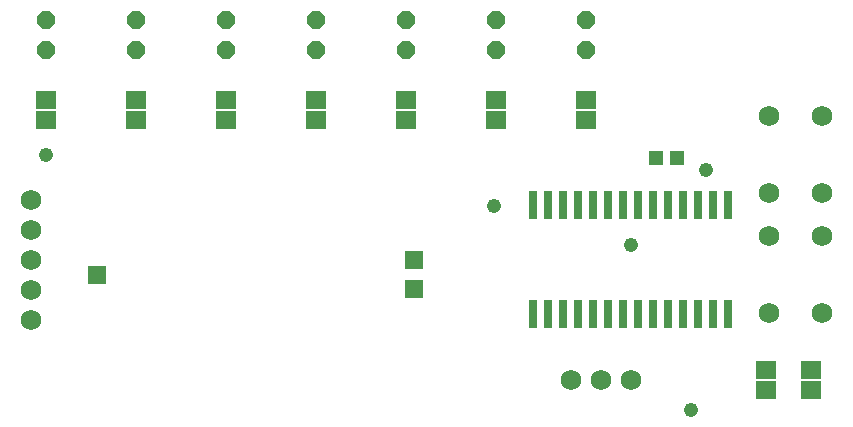
<source format=gts>
G75*
G70*
%OFA0B0*%
%FSLAX24Y24*%
%IPPOS*%
%LPD*%
%AMOC8*
5,1,8,0,0,1.08239X$1,22.5*
%
%ADD10C,0.0680*%
%ADD11R,0.0316X0.0946*%
%ADD12R,0.0671X0.0592*%
%ADD13OC8,0.0600*%
%ADD14R,0.0513X0.0474*%
%ADD15R,0.0595X0.0595*%
%ADD16C,0.0476*%
D10*
X001494Y003601D03*
X001494Y004601D03*
X001494Y005601D03*
X001494Y006601D03*
X001494Y007601D03*
X019494Y001601D03*
X020494Y001601D03*
X021494Y001601D03*
X026104Y003821D03*
X027884Y003821D03*
X027884Y006381D03*
X026104Y006381D03*
X026104Y007821D03*
X027884Y007821D03*
X027884Y010381D03*
X026104Y010381D03*
D11*
X024744Y007412D03*
X024244Y007412D03*
X023744Y007412D03*
X023244Y007412D03*
X022744Y007412D03*
X022244Y007412D03*
X021744Y007412D03*
X021244Y007412D03*
X020744Y007412D03*
X020244Y007412D03*
X019744Y007412D03*
X019244Y007412D03*
X018744Y007412D03*
X018244Y007412D03*
X018244Y003790D03*
X018744Y003790D03*
X019244Y003790D03*
X019744Y003790D03*
X020244Y003790D03*
X020744Y003790D03*
X021244Y003790D03*
X021744Y003790D03*
X022244Y003790D03*
X022744Y003790D03*
X023244Y003790D03*
X023744Y003790D03*
X024244Y003790D03*
X024744Y003790D03*
D12*
X025994Y001935D03*
X025994Y001266D03*
X027494Y001266D03*
X027494Y001935D03*
X019994Y010266D03*
X019994Y010935D03*
X016994Y010935D03*
X016994Y010266D03*
X013994Y010266D03*
X013994Y010935D03*
X010994Y010935D03*
X010994Y010266D03*
X007994Y010266D03*
X007994Y010935D03*
X004994Y010935D03*
X004994Y010266D03*
X001994Y010266D03*
X001994Y010935D03*
D13*
X001994Y012601D03*
X001994Y013601D03*
X004994Y013601D03*
X004994Y012601D03*
X007994Y012601D03*
X007994Y013601D03*
X010994Y013601D03*
X010994Y012601D03*
X013994Y012601D03*
X013994Y013601D03*
X016994Y013601D03*
X016994Y012601D03*
X019994Y012601D03*
X019994Y013601D03*
D14*
X022359Y009001D03*
X023029Y009001D03*
D15*
X014289Y005593D03*
X014289Y004609D03*
X003699Y005101D03*
D16*
X001994Y009101D03*
X016944Y007401D03*
X021494Y006101D03*
X023994Y008601D03*
X023494Y000601D03*
M02*

</source>
